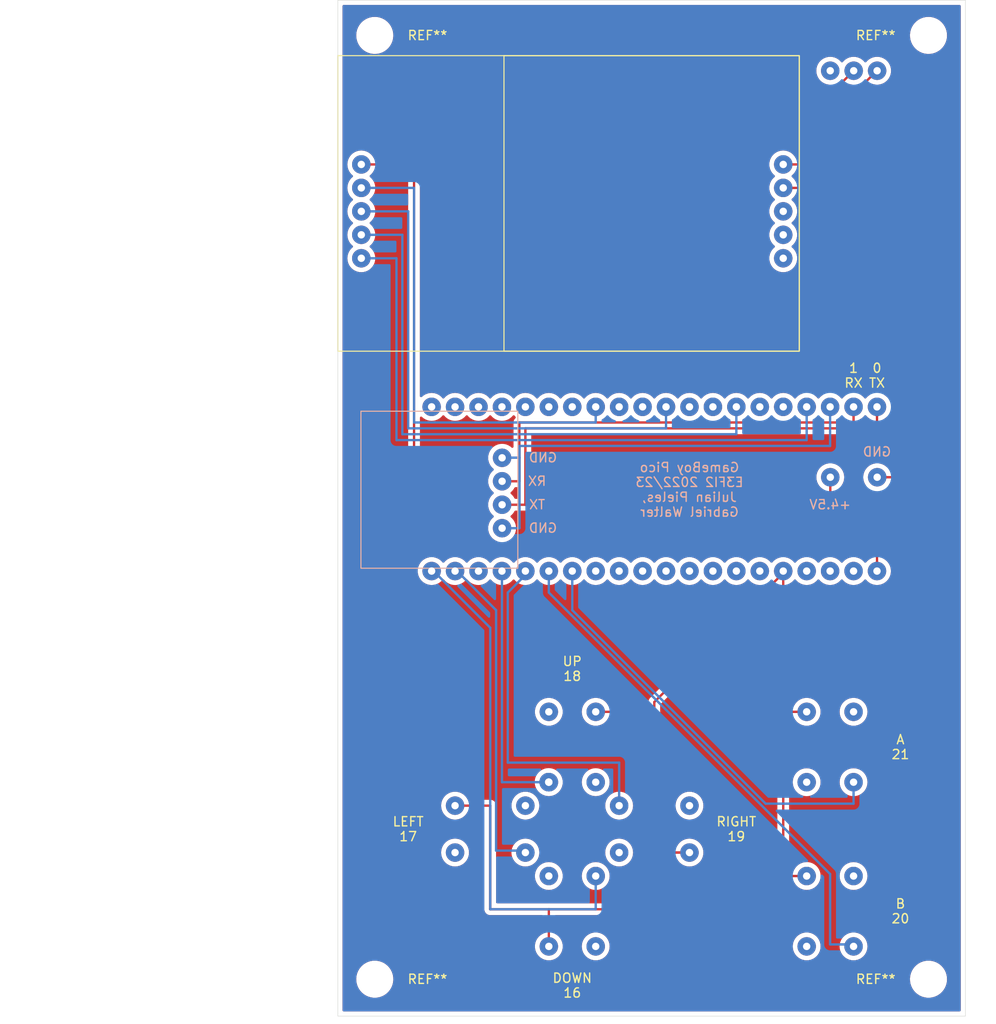
<source format=kicad_pcb>
(kicad_pcb (version 20211014) (generator pcbnew)
  (layers (0 "F.Cu" signal) (31 "B.Cu" signal) (34 "B.Paste" user) (35 "F.Paste" user) (36 "B.SilkS" user "B.Silkscreen") (37 "F.SilkS" user "F.Silkscreen") (38 "B.Mask" user) (39 "F.Mask" user) (44 "Edge.Cuts" user))
  (net 0 "")
  (footprint "MountingHole:MountingHole_3mm" (layer "F.Cu") (at 39.56 39.37)
    (fp_text reference "REF**" (at 5.715 0) (layer "F.SilkS"))
    (fp_text value "MountingHole_3mm")
    (pad "" np_thru_hole circle (at 0 0) (size 3 3) (drill 3) (layers *.Cu *.Mask))
  )
  (footprint "MountingHole:MountingHole_3mm" (layer "F.Cu") (at 39.56 141.56)
    (fp_text reference "REF**" (at 5.715 0) (layer "F.SilkS"))
    (fp_text value "MountingHole_3mm")
    (pad "" np_thru_hole circle (at 0 0) (size 3 3) (drill 3) (layers *.Cu *.Mask))
  )
  (footprint "MountingHole:MountingHole_3mm" (layer "F.Cu") (at 99.56 39.37)
    (fp_text reference "REF**" (at -5.715 0) (layer "F.SilkS"))
    (fp_text value "MountingHole_3mm")
    (pad "" np_thru_hole circle (at 0 0) (size 3 3) (drill 3) (layers *.Cu *.Mask))
  )
  (footprint "MountingHole:MountingHole_3mm" (layer "F.Cu") (at 99.56 141.56)
    (fp_text reference "REF**" (at -5.715 0) (layer "F.SilkS"))
    (fp_text value "MountingHole_3mm")
    (pad "" np_thru_hole circle (at 0 0) (size 3 3) (drill 3) (layers *.Cu *.Mask))
  )
  (gr_rect (start 38.06 80.06) (end 55.06 97.06) (layer "B.SilkS") (width 0.12) (fill none))
  (gr_rect (start 53.56 41.56) (end 85.56 73.56) (layer "F.SilkS") (width 0.12) (fill none))
  (gr_rect (start 85.56 73.56) (end 35.56 41.56) (layer "F.SilkS") (width 0.12) (fill none))
  (gr_rect (start 35.56 35.56) (end 103.56 145.56) (layer "Edge.Cuts") (width 0.05) (fill none))
  (gr_text "GND" (at 93.98 84.455) (layer "B.SilkS") (effects (font (size 1 1)) (justify mirror)))
  (gr_text "TX" (at 57.15 90.17) (layer "B.SilkS") (effects (font (size 1 1)) (justify mirror)))
  (gr_text "+4.5V" (at 88.9 90.17) (layer "B.SilkS") (effects (font (size 1 1)) (justify mirror)))
  (gr_text "GND" (at 57.785 92.71) (layer "B.SilkS") (effects (font (size 1 1)) (justify mirror)))
  (gr_text "GND" (at 57.785 85.09) (layer "B.SilkS") (effects (font (size 1 1)) (justify mirror)))
  (gr_text "GameBoy Pico\nE3FI2 2022/23\nJulian Pieles,\nGabriel Walter" (at 73.66 88.56) (layer "B.SilkS") (effects (font (size 1 1)) (justify mirror)))
  (gr_text "RX" (at 57.15 87.63) (layer "B.SilkS") (effects (font (size 1 1)) (justify mirror)))
  (gr_text "B\n20" (at 96.52 134.198269) (layer "F.SilkS") (effects (font (size 1 1))))
  (gr_text "UP\n18" (at 60.96 107.95) (layer "F.SilkS") (effects (font (size 1 1))))
  (gr_text "RIGHT\n19" (at 78.74 125.308269) (layer "F.SilkS") (effects (font (size 1 1))))
  (gr_text "A\n21" (at 96.52 116.418269) (layer "F.SilkS") (effects (font (size 1 1))))
  (gr_text "0\nTX" (at 93.98 76.2) (layer "F.SilkS") (effects (font (size 1 1))))
  (gr_text "DOWN\n16" (at 60.96 142.24) (layer "F.SilkS") (effects (font (size 1 1))))
  (gr_text "1\nRX" (at 91.44 76.2) (layer "F.SilkS") (effects (font (size 1 1))))
  (gr_text "LEFT\n17" (at 43.18 125.308269) (layer "F.SilkS") (effects (font (size 1 1))))
  (segment (start 86.36 77.47) (end 95.885 77.47) (width 0.254) (layer "F.Cu") (net 0))
  (segment (start 86.36 55.88) (end 86.36 77.47) (width 0.254) (layer "F.Cu") (net 0))
  (segment (start 95.885 87.208269) (end 93.999129 87.208269) (width 0.254) (layer "F.Cu") (net 0))
  (segment (start 70.271731 127.848269) (end 73.66 127.848269) (width 0.25) (layer "F.Cu") (net 0))
  (segment (start 55.228999 87.646001) (end 53.356428 87.646001) (width 0.254) (layer "F.Cu") (net 0))
  (segment (start 69.85 112.608269) (end 63.5 112.608269) (width 0.25) (layer "F.Cu") (net 0))
  (segment (start 58.42 133.985) (end 64.135 133.985) (width 0.25) (layer "F.Cu") (net 0))
  (segment (start 43.815 92.0075) (end 43.815 94.996) (width 0.25) (layer "F.Cu") (net 0))
  (segment (start 93.993629 43.194721) (end 93.965279 43.194721) (width 0.25) (layer "F.Cu") (net 0))
  (segment (start 88.9 88.9) (end 88.919129 88.880871) (width 0.25) (layer "F.Cu") (net 0))
  (segment (start 69.85 133.985) (end 64.135 133.985) (width 0.25) (layer "F.Cu") (net 0))
  (segment (start 86.36 53.34) (end 86.36 48.28835) (width 0.254) (layer "F.Cu") (net 0))
  (segment (start 83.82 112.395) (end 83.82 113.03) (width 0.254) (layer "F.Cu") (net 0))
  (segment (start 69.85 127.848269) (end 69.85 133.985) (width 0.25) (layer "F.Cu") (net 0))
  (segment (start 48.26 122.768269) (end 52.07 122.768269) (width 0.25) (layer "F.Cu") (net 0))
  (segment (start 53.340427 85.09) (end 53.356428 85.106001) (width 0.254) (layer "F.Cu") (net 0))
  (segment (start 83.82 55.88) (end 86.36 55.88) (width 0.254) (layer "F.Cu") (net 0))
  (segment (start 96.52 88.9) (end 88.9 88.9) (width 0.25) (layer "F.Cu") (net 0))
  (segment (start 83.82 53.34) (end 86.36 53.34) (width 0.254) (layer "F.Cu") (net 0))
  (segment (start 88.919129 88.880871) (end 88.919129 87.208269) (width 0.25) (layer "F.Cu") (net 0))
  (segment (start 73.66 127.848269) (end 69.85 127.848269) (width 0.25) (layer "F.Cu") (net 0))
  (segment (start 91.44 79.588269) (end 91.44 81.28) (width 0.254) (layer "F.Cu") (net 0))
  (segment (start 43.815 53.34) (end 38.1 53.34) (width 0.254) (layer "F.Cu") (net 0))
  (segment (start 95.885 77.47) (end 95.885 87.208269) (width 0.254) (layer "F.Cu") (net 0))
  (segment (start 86.995 76.835) (end 96.52 76.835) (width 0.25) (layer "F.Cu") (net 0))
  (segment (start 55.228999 81.296001) (end 55.228999 87.646001) (width 0.254) (layer "F.Cu") (net 0))
  (segment (start 83.82 110.49) (end 83.82 112.395) (width 0.254) (layer "F.Cu") (net 0))
  (segment (start 52.07 122.768269) (end 52.07 133.985) (width 0.25) (layer "F.Cu") (net 0))
  (segment (start 86.995 50.165) (end 86.995 76.835) (width 0.25) (layer "F.Cu") (net 0))
  (segment (start 83.82 110.49) (end 83.82 97.368269) (width 0.25) (layer "F.Cu") (net 0))
  (segment (start 55.863999 90.186001) (end 55.88 90.17) (width 0.254) (layer "F.Cu") (net 0))
  (segment (start 93.98 81.915) (end 93.98 79.588269) (width 0.254) (layer "F.Cu") (net 0))
  (segment (start 43.815 92.0075) (end 43.815 53.34) (width 0.254) (layer "F.Cu") (net 0))
  (segment (start 83.82 97.368269) (end 83.82 97.579134) (width 0.25) (layer "F.Cu") (net 0))
  (segment (start 53.356428 90.186001) (end 55.863999 90.186001) (width 0.254) (layer "F.Cu") (net 0))
  (segment (start 69.85 127.848269) (end 69.85 112.608269) (width 0.25) (layer "F.Cu") (net 0))
  (segment (start 52.07 133.985) (end 58.42 133.985) (width 0.25) (layer "F.Cu") (net 0))
  (segment (start 69.85 111.549134) (end 69.85 112.608269) (width 0.25) (layer "F.Cu") (net 0))
  (segment (start 86.36 48.28835) (end 91.453629 43.194721) (width 0.254) (layer "F.Cu") (net 0))
  (segment (start 55.88 81.915) (end 93.98 81.915) (width 0.254) (layer "F.Cu") (net 0))
  (segment (start 84.033269 112.608269) (end 83.82 112.608269) (width 0.254) (layer "F.Cu") (net 0))
  (segment (start 55.245 81.28) (end 55.228999 81.296001) (width 0.254) (layer "F.Cu") (net 0))
  (segment (start 93.965279 43.194721) (end 86.995 50.165) (width 0.25) (layer "F.Cu") (net 0))
  (segment (start 83.82 112.608269) (end 83.82 112.395) (width 0.254) (layer "F.Cu") (net 0))
  (segment (start 55.88 90.17) (end 55.88 81.915) (width 0.254) (layer "F.Cu") (net 0))
  (segment (start 93.98 94.996) (end 93.98 97.368269) (width 0.25) (layer "F.Cu") (net 0))
  (segment (start 96.52 76.835) (end 96.52 88.9) (width 0.25) (layer "F.Cu") (net 0))
  (segment (start 58.42 138.008269) (end 58.42 133.985) (width 0.25) (layer "F.Cu") (net 0))
  (segment (start 83.82 112.395) (end 83.82 130.388269) (width 0.254) (layer "F.Cu") (net 0))
  (segment (start 86.36 112.608269) (end 84.033269 112.608269) (width 0.254) (layer "F.Cu") (net 0))
  (segment (start 85.938269 113.03) (end 86.36 112.608269) (width 0.254) (layer "F.Cu") (net 0))
  (segment (start 43.815 94.996) (end 93.98 94.996) (width 0.25) (layer "F.Cu") (net 0))
  (segment (start 91.44 81.28) (end 55.245 81.28) (width 0.254) (layer "F.Cu") (net 0))
  (segment (start 83.82 130.388269) (end 86.36 130.388269) (width 0.254) (layer "F.Cu") (net 0))
  (segment (start 83.82 97.579134) (end 69.85 111.549134) (width 0.25) (layer "F.Cu") (net 0))
  (via (at 93.993629 43.194721) (size 2) (drill 0.8) (layers "F.Cu" "B.Cu") (net 0))
  (via (at 91.44 138.008269) (size 2) (drill 0.8) (layers "F.Cu" "B.Cu") (net 0))
  (via (at 63.5 120.228269) (size 2) (drill 0.8) (layers "F.Cu" "B.Cu") (net 0))
  (via (at 93.98 79.588269) (size 2) (drill 0.8) (layers "F.Cu" "B.Cu") (net 0))
  (via (at 91.44 112.608269) (size 2) (drill 0.8) (layers "F.Cu" "B.Cu") (net 0))
  (via (at 63.5 79.588269) (size 2) (drill 0.8) (layers "F.Cu" "B.Cu") (net 0))
  (via (at 83.82 58.42) (size 2) (drill 0.8) (layers "F.Cu" "B.Cu") (net 0))
  (via (at 53.34 97.368269) (size 2) (drill 0.8) (layers "F.Cu" "B.Cu") (net 0))
  (via (at 91.44 79.588269) (size 2) (drill 0.8) (layers "F.Cu" "B.Cu") (net 0))
  (via (at 76.2 79.588269) (size 2) (drill 0.8) (layers "F.Cu" "B.Cu") (net 0))
  (via (at 91.44 120.228269) (size 2) (drill 0.8) (layers "F.Cu" "B.Cu") (net 0))
  (via (at 45.72 97.368269) (size 2) (drill 0.8) (layers "F.Cu" "B.Cu") (net 0))
  (via (at 63.5 97.368269) (size 2) (drill 0.8) (layers "F.Cu" "B.Cu") (net 0))
  (via (at 60.96 97.368269) (size 2) (drill 0.8) (layers "F.Cu" "B.Cu") (net 0))
  (via (at 78.74 97.368269) (size 2) (drill 0.8) (layers "F.Cu" "B.Cu") (net 0))
  (via (at 88.9 79.588269) (size 2) (drill 0.8) (layers "F.Cu" "B.Cu") (net 0))
  (via (at 53.356428 87.646001) (size 2) (drill 0.8) (layers "F.Cu" "B.Cu") (net 0))
  (via (at 38.1 53.34) (size 2) (drill 0.8) (layers "F.Cu" "B.Cu") (net 0))
  (via (at 63.5 138.008269) (size 2) (drill 0.8) (layers "F.Cu" "B.Cu") (net 0))
  (via (at 73.66 79.588269) (size 2) (drill 0.8) (layers "F.Cu" "B.Cu") (net 0))
  (via (at 53.356428 85.106001) (size 2) (drill 0.8) (layers "F.Cu" "B.Cu") (net 0))
  (via (at 53.34 79.588269) (size 2) (drill 0.8) (layers "F.Cu" "B.Cu") (net 0))
  (via (at 91.44 97.368269) (size 2) (drill 0.8) (layers "F.Cu" "B.Cu") (net 0))
  (via (at 91.44 130.388269) (size 2) (drill 0.8) (layers "F.Cu" "B.Cu") (net 0))
  (via (at 58.42 112.608269) (size 2) (drill 0.8) (layers "F.Cu" "B.Cu") (net 0))
  (via (at 58.42 97.368269) (size 2) (drill 0.8) (layers "F.Cu" "B.Cu") (net 0))
  (via (at 38.1 55.88) (size 2) (drill 0.8) (layers "F.Cu" "B.Cu") (net 0))
  (via (at 93.999129 87.208269) (size 2) (drill 0.8) (layers "F.Cu" "B.Cu") (net 0))
  (via (at 55.88 122.768269) (size 2) (drill 0.8) (layers "F.Cu" "B.Cu") (net 0))
  (via (at 66.04 79.588269) (size 2) (drill 0.8) (layers "F.Cu" "B.Cu") (net 0))
  (via (at 58.42 120.228269) (size 2) (drill 0.8) (layers "F.Cu" "B.Cu") (net 0))
  (via (at 50.8 97.368269) (size 2) (drill 0.8) (layers "F.Cu" "B.Cu") (net 0))
  (via (at 58.42 138.008269) (size 2) (drill 0.8) (layers "F.Cu" "B.Cu") (net 0))
  (via (at 48.26 79.588269) (size 2) (drill 0.8) (layers "F.Cu" "B.Cu") (net 0))
  (via (at 68.58 97.368269) (size 2) (drill 0.8) (layers "F.Cu" "B.Cu") (net 0))
  (via (at 93.98 97.368269) (size 2) (drill 0.8) (layers "F.Cu" "B.Cu") (net 0))
  (via (at 73.66 97.368269) (size 2) (drill 0.8) (layers "F.Cu" "B.Cu") (net 0))
  (via (at 86.36 79.588269) (size 2) (drill 0.8) (layers "F.Cu" "B.Cu") (net 0))
  (via (at 78.74 79.588269) (size 2) (drill 0.8) (layers "F.Cu" "B.Cu") (net 0))
  (via (at 83.82 55.88) (size 2) (drill 0.8) (layers "F.Cu" "B.Cu") (net 0))
  (via (at 38.1 58.42) (size 2) (drill 0.8) (layers "F.Cu" "B.Cu") (net 0))
  (via (at 50.8 79.588269) (size 2) (drill 0.8) (layers "F.Cu" "B.Cu") (net 0))
  (via (at 71.12 97.368269) (size 2) (drill 0.8) (layers "F.Cu" "B.Cu") (net 0))
  (via (at 38.1 60.96) (size 2) (drill 0.8) (layers "F.Cu" "B.Cu") (net 0))
  (via (at 53.356428 92.726001) (size 2) (drill 0.8) (layers "F.Cu" "B.Cu") (net 0))
  (via (at 48.26 122.768269) (size 2) (drill 0.8) (layers "F.Cu" "B.Cu") (net 0))
  (via (at 55.88 97.368269) (size 2) (drill 0.8) (layers "F.Cu" "B.Cu") (net 0))
  (via (at 86.36 138.008269) (size 2) (drill 0.8) (layers "F.Cu" "B.Cu") (net 0))
  (via (at 73.66 122.768269) (size 2) (drill 0.8) (layers "F.Cu" "B.Cu") (net 0))
  (via (at 68.58 79.588269) (size 2) (drill 0.8) (layers "F.Cu" "B.Cu") (net 0))
  (via (at 86.36 130.388269) (size 2) (drill 0.8) (layers "F.Cu" "B.Cu") (net 0))
  (via (at 58.42 79.588269) (size 2) (drill 0.8) (layers "F.Cu" "B.Cu") (net 0))
  (via (at 81.28 79.588269) (size 2) (drill 0.8) (layers "F.Cu" "B.Cu") (net 0))
  (via (at 45.72 79.588269) (size 2) (drill 0.8) (layers "F.Cu" "B.Cu") (net 0))
  (via (at 76.2 97.368269) (size 2) (drill 0.8) (layers "F.Cu" "B.Cu") (net 0))
  (via (at 86.36 97.368269) (size 2) (drill 0.8) (layers "F.Cu" "B.Cu") (net 0))
  (via (at 88.9 97.368269) (size 2) (drill 0.8) (layers "F.Cu" "B.Cu") (net 0))
  (via (at 66.04 97.368269) (size 2) (drill 0.8) (layers "F.Cu" "B.Cu") (net 0))
  (via (at 71.12 79.588269) (size 2) (drill 0.8) (layers "F.Cu" "B.Cu") (net 0))
  (via (at 58.42 120.228269) (size 2) (drill 0.8) (layers "F.Cu" "B.Cu") (net 0))
  (via (at 66.04 122.768269) (size 2) (drill 0.8) (layers "F.Cu" "B.Cu") (net 0))
  (via (at 86.36 120.228269) (size 2) (drill 0.8) (layers "F.Cu" "B.Cu") (net 0))
  (via (at 81.28 97.368269) (size 2) (drill 0.8) (layers "F.Cu" "B.Cu") (net 0))
  (via (at 38.1 63.5) (size 2) (drill 0.8) (layers "F.Cu" "B.Cu") (net 0))
  (via (at 60.96 79.588269) (size 2) (drill 0.8) (layers "F.Cu" "B.Cu") (net 0))
  (via (at 88.919129 87.208269) (size 2) (drill 0.8) (layers "F.Cu" "B.Cu") (net 0))
  (via (at 53.356428 90.186001) (size 2) (drill 0.8) (layers "F.Cu" "B.Cu") (net 0))
  (via (at 86.36 112.608269) (size 2) (drill 0.8) (layers "F.Cu" "B.Cu") (net 0))
  (via (at 63.5 130.388269) (size 2) (drill 0.8) (layers "F.Cu" "B.Cu") (net 0))
  (via (at 63.5 112.608269) (size 2) (drill 0.8) (layers "F.Cu" "B.Cu") (net 0))
  (via (at 73.66 127.848269) (size 2) (drill 0.8) (layers "F.Cu" "B.Cu") (net 0))
  (via (at 55.88 127.848269) (size 2) (drill 0.8) (layers "F.Cu" "B.Cu") (net 0))
  (via (at 58.42 130.388269) (size 2) (drill 0.8) (layers "F.Cu" "B.Cu") (net 0))
  (via (at 66.04 127.848269) (size 2) (drill 0.8) (layers "F.Cu" "B.Cu") (net 0))
  (via (at 88.913629 43.194721) (size 2) (drill 0.8) (layers "F.Cu" "B.Cu") (net 0))
  (via (at 83.82 60.96) (size 2) (drill 0.8) (layers "F.Cu" "B.Cu") (net 0))
  (via (at 55.88 79.588269) (size 2) (drill 0.8) (layers "F.Cu" "B.Cu") (net 0))
  (via (at 48.26 127.848269) (size 2) (drill 0.8) (layers "F.Cu" "B.Cu") (net 0))
  (via (at 48.26 97.368269) (size 2) (drill 0.8) (layers "F.Cu" "B.Cu") (net 0))
  (via (at 83.82 79.588269) (size 2) (drill 0.8) (layers "F.Cu" "B.Cu") (net 0))
  (via (at 91.453629 43.194721) (size 2) (drill 0.8) (layers "F.Cu" "B.Cu") (net 0))
  (via (at 58.401551 120.216492) (size 2) (drill 0.8) (layers "F.Cu" "B.Cu") (net 0))
  (via (at 83.82 63.5) (size 2) (drill 0.8) (layers "F.Cu" "B.Cu") (net 0))
  (via (at 83.82 97.368269) (size 2) (drill 0.8) (layers "F.Cu" "B.Cu") (net 0))
  (via (at 83.82 53.34) (size 2) (drill 0.8) (layers "F.Cu" "B.Cu") (net 0))
  (segment (start 88.9 137.795) (end 88.9 130.175) (width 0.254) (layer "B.Cu") (net 0))
  (segment (start 55.245 85.09) (end 53.372429 85.09) (width 0.254) (layer "B.Cu") (net 0))
  (segment (start 42.545 60.96) (end 38.1 60.96) (width 0.254) (layer "B.Cu") (net 0))
  (segment (start 41.91 83.185) (end 86.36 83.185) (width 0.25) (layer "B.Cu") (net 0))
  (segment (start 53.975 118.11) (end 53.975 99.695) (width 0.254) (layer "B.Cu") (net 0))
  (segment (start 55.88 97.79) (end 55.88 97.368269) (width 0.254) (layer "B.Cu") (net 0))
  (segment (start 91.44 122.555) (end 81.915 122.555) (width 0.254) (layer "B.Cu") (net 0))
  (segment (start 55.228999 92.726001) (end 55.245 92.71) (width 0.254) (layer "B.Cu") (net 0))
  (segment (start 63.5 133.985) (end 63.5 130.388269) (width 0.254) (layer "B.Cu") (net 0))
  (segment (start 63.5 81.28) (end 63.5 79.588269) (width 0.254) (layer "B.Cu") (net 0))
  (segment (start 86.36 83.185) (end 86.36 79.588269) (width 0.25) (layer "B.Cu") (net 0))
  (segment (start 88.9 130.175) (end 58.42 99.695) (width 0.254) (layer "B.Cu") (net 0))
  (segment (start 52.07 103.505) (end 52.07 133.985) (width 0.254) (layer "B.Cu") (net 0))
  (segment (start 88.9 83.82) (end 55.245 83.82) (width 0.25) (layer "B.Cu") (net 0))
  (segment (start 41.91 63.5) (end 38.1 63.5) (width 0.254) (layer "B.Cu") (net 0))
  (segment (start 41.91 83.185) (end 41.91 63.5) (width 0.254) (layer "B.Cu") (net 0))
  (segment (start 43.18 81.915) (end 71.12 81.915) (width 0.25) (layer "B.Cu") (net 0))
  (segment (start 78.74 82.55) (end 78.74 79.588269) (width 0.25) (layer "B.Cu") (net 0))
  (segment (start 38.1 55.88) (end 43.815 55.88) (width 0.254) (layer "B.Cu") (net 0))
  (segment (start 52.07 133.985) (end 63.5 133.985) (width 0.254) (layer "B.Cu") (net 0))
  (segment (start 55.88 127.635) (end 52.705 127.635) (width 0.254) (layer "B.Cu") (net 0))
  (segment (start 52.705 101.6) (end 48.26 97.155) (width 0.254) (layer "B.Cu") (net 0))
  (segment (start 43.815 55.88) (end 43.815 81.28) (width 0.254) (layer "B.Cu") (net 0))
  (segment (start 53.356428 92.726001) (end 55.228999 92.726001) (width 0.254) (layer "B.Cu") (net 0))
  (segment (start 43.18 58.42) (end 38.1 58.42) (width 0.254) (layer "B.Cu") (net 0))
  (segment (start 53.975 99.695) (end 55.88 97.79) (width 0.254) (layer "B.Cu") (net 0))
  (segment (start 60.96 101.6) (end 60.96 97.155) (width 0.254) (layer "B.Cu") (net 0))
  (segment (start 52.705 127.635) (end 52.705 101.6) (width 0.254) (layer "B.Cu") (net 0))
  (segment (start 55.245 83.82) (end 55.245 85.09) (width 0.25) (layer "B.Cu") (net 0))
  (segment (start 88.9 79.588269) (end 88.9 83.82) (width 0.25) (layer "B.Cu") (net 0))
  (segment (start 91.44 120.228269) (end 91.44 122.555) (width 0.254) (layer "B.Cu") (net 0))
  (segment (start 53.372429 85.09) (end 53.356428 85.106001) (width 0.254) (layer "B.Cu") (net 0))
  (segment (start 66.04 122.555) (end 66.04 118.11) (width 0.254) (layer "B.Cu") (net 0))
  (segment (start 66.04 118.11) (end 53.975 118.11) (width 0.254) (layer "B.Cu") (net 0))
  (segment (start 58.42 99.695) (end 58.42 97.155) (width 0.254) (layer "B.Cu") (net 0))
  (segment (start 45.72 97.155) (end 52.07 103.505) (width 0.254) (layer "B.Cu") (net 0))
  (segment (start 71.12 81.915) (end 71.12 79.588269) (width 0.25) (layer "B.Cu") (net 0))
  (segment (start 55.88 97.155) (end 55.88 97.79) (width 0.254) (layer "B.Cu") (net 0))
  (segment (start 91.44 137.795) (end 88.9 137.795) (width 0.254) (layer "B.Cu") (net 0))
  (segment (start 43.815 81.28) (end 63.5 81.28) (width 0.254) (layer "B.Cu") (net 0))
  (segment (start 42.545 82.55) (end 78.74 82.55) (width 0.25) (layer "B.Cu") (net 0))
  (segment (start 81.915 122.555) (end 60.96 101.6) (width 0.254) (layer "B.Cu") (net 0))
  (segment (start 43.18 81.915) (end 43.18 58.42) (width 0.254) (layer "B.Cu") (net 0))
  (segment (start 58.42 120.228269) (end 53.34 120.228269) (width 0.254) (layer "B.Cu") (net 0))
  (segment (start 53.34 120.228269) (end 53.34 97.368269) (width 0.254) (layer "B.Cu") (net 0))
  (segment (start 42.545 82.55) (end 42.545 60.96) (width 0.254) (layer "B.Cu") (net 0))
  (segment (start 55.245 92.71) (end 55.245 85.09) (width 0.254) (layer "B.Cu") (net 0))
  (zone (net 0) (net_name "") (layer "F.Cu") (connect_pads (clearance 0.508)) (min_thickness 0.254) (fill yes (thermal_gap 0.508) (thermal_bridge_width 0.508))
    (polygon (pts (xy 103.56 145.56) (xy 35.56 145.56) (xy 35.56 35.56) (xy 103.56 35.56)))
  )
  (zone (net 0) (net_name "") (layer "B.Cu") (connect_pads (clearance 0.508)) (min_thickness 0.254) (fill yes (thermal_gap 0.508) (thermal_bridge_width 0.508))
    (polygon (pts (xy 103.56 145.56) (xy 35.56 145.56) (xy 35.56 35.56) (xy 103.56 35.56)))
  )
)
</source>
